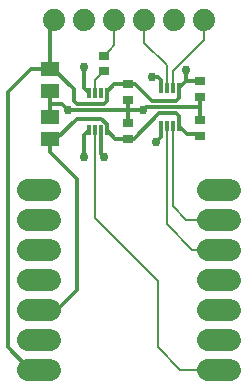
<source format=gbr>
G04 EAGLE Gerber RS-274X export*
G75*
%MOMM*%
%FSLAX34Y34*%
%LPD*%
%INTop Copper*%
%IPPOS*%
%AMOC8*
5,1,8,0,0,1.08239X$1,22.5*%
G01*
%ADD10R,0.300000X0.850000*%
%ADD11R,0.900000X0.700000*%
%ADD12R,1.500000X1.300000*%
%ADD13C,1.879600*%
%ADD14C,1.879600*%
%ADD15C,0.304800*%
%ADD16C,0.762000*%
%ADD17C,0.203200*%


D10*
X91320Y258320D03*
X86320Y258320D03*
X81320Y258320D03*
X76320Y258320D03*
X76320Y226820D03*
X81320Y226820D03*
X86320Y226820D03*
X91320Y226820D03*
D11*
X109220Y265580D03*
X109220Y252580D03*
X109220Y219560D03*
X109220Y232560D03*
X88900Y276710D03*
X88900Y289710D03*
D10*
X152280Y262130D03*
X147280Y262130D03*
X142280Y262130D03*
X137280Y262130D03*
X137280Y230630D03*
X142280Y230630D03*
X147280Y230630D03*
X152280Y230630D03*
D11*
X170180Y268120D03*
X170180Y255120D03*
X170180Y222100D03*
X170180Y235100D03*
D12*
X43180Y278740D03*
X43180Y259740D03*
D13*
X177292Y176530D02*
X196088Y176530D01*
X196088Y151130D02*
X177292Y151130D01*
X177292Y125730D02*
X196088Y125730D01*
X196088Y100330D02*
X177292Y100330D01*
X177292Y74930D02*
X196088Y74930D01*
X196088Y49530D02*
X177292Y49530D01*
X177292Y24130D02*
X196088Y24130D01*
X43688Y176530D02*
X24892Y176530D01*
X24892Y151130D02*
X43688Y151130D01*
X43688Y125730D02*
X24892Y125730D01*
X24892Y100330D02*
X43688Y100330D01*
X43688Y74930D02*
X24892Y74930D01*
X24892Y49530D02*
X43688Y49530D01*
X43688Y24130D02*
X24892Y24130D01*
D12*
X43180Y219100D03*
X43180Y238100D03*
D14*
X46990Y320040D03*
X72390Y320040D03*
X97790Y320040D03*
X123190Y320040D03*
X148590Y320040D03*
X173990Y320040D03*
D15*
X43180Y259740D02*
X43180Y248920D01*
X43180Y238100D01*
X109220Y243840D02*
X109220Y252580D01*
X109220Y243840D02*
X109220Y232560D01*
X170180Y246380D02*
X170180Y255120D01*
X170180Y246380D02*
X170180Y235100D01*
D16*
X58420Y243840D03*
D15*
X53340Y248920D01*
X43180Y248920D01*
D16*
X121920Y243840D03*
D15*
X109220Y243840D01*
X121920Y243840D02*
X124460Y246380D01*
X170180Y246380D01*
X109220Y243840D02*
X58420Y243840D01*
X76320Y258320D02*
X72390Y262250D01*
X72390Y280670D01*
D16*
X72390Y280670D03*
X72390Y204470D03*
X88900Y204470D03*
D15*
X72390Y204470D02*
X72390Y222890D01*
X76320Y226820D01*
X86320Y226820D02*
X86360Y226780D01*
X86360Y207010D02*
X88900Y204470D01*
X86360Y207010D02*
X86360Y226780D01*
D16*
X129540Y271780D03*
D15*
X134620Y271780D01*
X137280Y269120D02*
X137280Y262130D01*
X137280Y269120D02*
X134620Y271780D01*
D17*
X142280Y262130D02*
X142280Y281900D01*
X123190Y300990D02*
X123190Y320040D01*
X123190Y300990D02*
X142280Y281900D01*
D15*
X48920Y219100D02*
X43180Y219100D01*
X86981Y236220D02*
X91320Y231881D01*
X91320Y226820D01*
X66040Y236220D02*
X48920Y219100D01*
X66040Y236220D02*
X86981Y236220D01*
X91320Y226820D02*
X98580Y219560D01*
X109220Y219560D01*
X149860Y241300D02*
X152280Y238880D01*
X152280Y230630D01*
X159390Y223520D01*
X168760Y223520D02*
X170180Y222100D01*
X168760Y223520D02*
X159390Y223520D01*
X49530Y74930D02*
X34290Y74930D01*
X49530Y74930D02*
X66040Y91440D01*
X66040Y185420D01*
X43180Y208280D02*
X43180Y219100D01*
X43180Y208280D02*
X66040Y185420D01*
X114300Y219560D02*
X136040Y241300D01*
X114300Y219560D02*
X109220Y219560D01*
X136040Y241300D02*
X149860Y241300D01*
X46380Y278740D02*
X43180Y278740D01*
X63500Y261620D02*
X63500Y251460D01*
X66040Y248920D01*
X88900Y248920D02*
X91440Y251460D01*
X91440Y258200D01*
X63500Y261620D02*
X46380Y278740D01*
X66040Y248920D02*
X88900Y248920D01*
X91440Y258200D02*
X91320Y258320D01*
X91320Y258960D01*
X97940Y265580D02*
X109220Y265580D01*
X97940Y265580D02*
X91320Y258960D01*
X109220Y265580D02*
X115420Y265580D01*
X149860Y251460D02*
X152400Y254000D01*
X152400Y262010D01*
X152280Y262130D01*
X129540Y251460D02*
X115420Y265580D01*
X129540Y251460D02*
X149860Y251460D01*
X152280Y262130D02*
X158270Y268120D01*
X170180Y268120D01*
X43180Y278740D02*
X43180Y316230D01*
X46990Y320040D01*
X43180Y278740D02*
X27280Y278740D01*
X7620Y259080D02*
X7620Y43180D01*
X26670Y24130D01*
X34290Y24130D01*
X7620Y259080D02*
X27280Y278740D01*
X137280Y230630D02*
X137280Y221100D01*
X133350Y217170D01*
D16*
X133350Y217170D03*
X158750Y278130D03*
D15*
X158750Y268600D01*
X158270Y268120D01*
D17*
X93905Y294715D02*
X88900Y289710D01*
X93905Y294715D02*
X97790Y298600D01*
X97790Y320040D01*
X81320Y226820D02*
X81320Y152360D01*
X134620Y99060D02*
X134620Y43180D01*
X153670Y24130D01*
X186690Y24130D01*
X134620Y99060D02*
X81320Y152360D01*
X147280Y162600D02*
X147280Y230630D01*
X158750Y151130D02*
X186690Y151130D01*
X158750Y151130D02*
X147280Y162600D01*
X142280Y147280D02*
X142280Y230630D01*
X163830Y125730D02*
X186690Y125730D01*
X163830Y125730D02*
X142280Y147280D01*
X81320Y258320D02*
X81320Y269130D01*
X88900Y276710D01*
X147280Y276820D02*
X147280Y262130D01*
X173990Y303530D02*
X173990Y320040D01*
X173990Y303530D02*
X147280Y276820D01*
M02*

</source>
